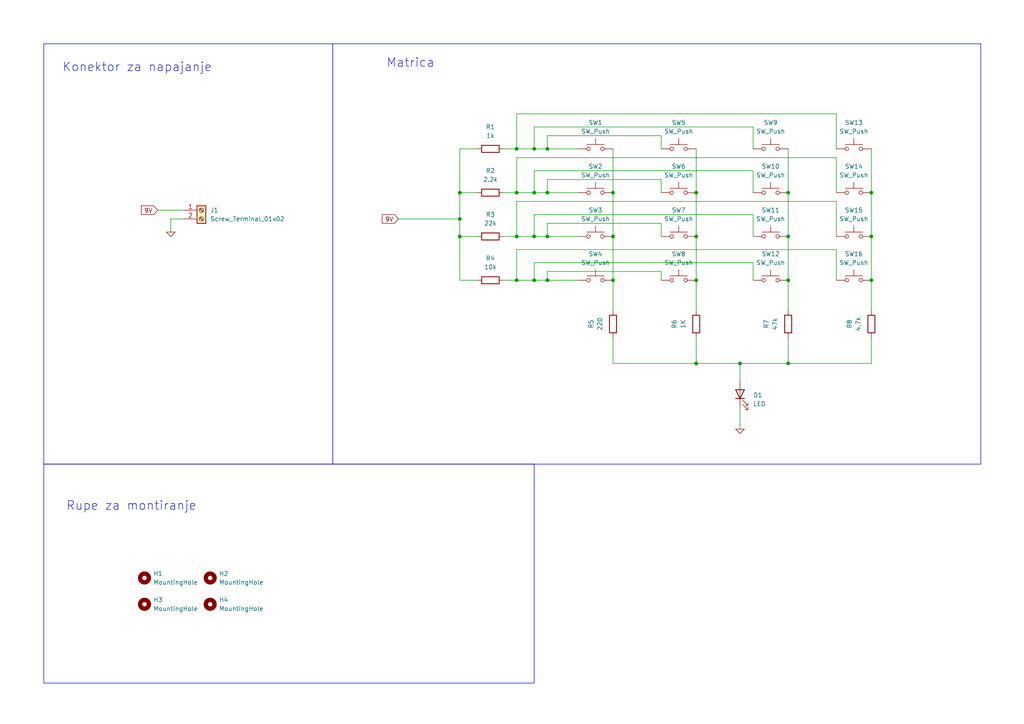
<source format=kicad_sch>
(kicad_sch
	(version 20231120)
	(generator "eeschema")
	(generator_version "8.0")
	(uuid "4bec5ddf-adbf-41fb-a069-c7630bb0044a")
	(paper "A4")
	(title_block
		(title "Redna i paralelna otpornost")
		(date "14.02.2025.")
	)
	(lib_symbols
		(symbol "Connector:Screw_Terminal_01x02"
			(pin_names
				(offset 1.016) hide)
			(exclude_from_sim no)
			(in_bom yes)
			(on_board yes)
			(property "Reference" "J"
				(at 0 2.54 0)
				(effects
					(font
						(size 1.27 1.27)
					)
				)
			)
			(property "Value" "Screw_Terminal_01x02"
				(at 0 -5.08 0)
				(effects
					(font
						(size 1.27 1.27)
					)
				)
			)
			(property "Footprint" ""
				(at 0 0 0)
				(effects
					(font
						(size 1.27 1.27)
					)
					(hide yes)
				)
			)
			(property "Datasheet" "~"
				(at 0 0 0)
				(effects
					(font
						(size 1.27 1.27)
					)
					(hide yes)
				)
			)
			(property "Description" "Generic screw terminal, single row, 01x02, script generated (kicad-library-utils/schlib/autogen/connector/)"
				(at 0 0 0)
				(effects
					(font
						(size 1.27 1.27)
					)
					(hide yes)
				)
			)
			(property "ki_keywords" "screw terminal"
				(at 0 0 0)
				(effects
					(font
						(size 1.27 1.27)
					)
					(hide yes)
				)
			)
			(property "ki_fp_filters" "TerminalBlock*:*"
				(at 0 0 0)
				(effects
					(font
						(size 1.27 1.27)
					)
					(hide yes)
				)
			)
			(symbol "Screw_Terminal_01x02_1_1"
				(rectangle
					(start -1.27 1.27)
					(end 1.27 -3.81)
					(stroke
						(width 0.254)
						(type default)
					)
					(fill
						(type background)
					)
				)
				(circle
					(center 0 -2.54)
					(radius 0.635)
					(stroke
						(width 0.1524)
						(type default)
					)
					(fill
						(type none)
					)
				)
				(polyline
					(pts
						(xy -0.5334 -2.2098) (xy 0.3302 -3.048)
					)
					(stroke
						(width 0.1524)
						(type default)
					)
					(fill
						(type none)
					)
				)
				(polyline
					(pts
						(xy -0.5334 0.3302) (xy 0.3302 -0.508)
					)
					(stroke
						(width 0.1524)
						(type default)
					)
					(fill
						(type none)
					)
				)
				(polyline
					(pts
						(xy -0.3556 -2.032) (xy 0.508 -2.8702)
					)
					(stroke
						(width 0.1524)
						(type default)
					)
					(fill
						(type none)
					)
				)
				(polyline
					(pts
						(xy -0.3556 0.508) (xy 0.508 -0.3302)
					)
					(stroke
						(width 0.1524)
						(type default)
					)
					(fill
						(type none)
					)
				)
				(circle
					(center 0 0)
					(radius 0.635)
					(stroke
						(width 0.1524)
						(type default)
					)
					(fill
						(type none)
					)
				)
				(pin passive line
					(at -5.08 0 0)
					(length 3.81)
					(name "Pin_1"
						(effects
							(font
								(size 1.27 1.27)
							)
						)
					)
					(number "1"
						(effects
							(font
								(size 1.27 1.27)
							)
						)
					)
				)
				(pin passive line
					(at -5.08 -2.54 0)
					(length 3.81)
					(name "Pin_2"
						(effects
							(font
								(size 1.27 1.27)
							)
						)
					)
					(number "2"
						(effects
							(font
								(size 1.27 1.27)
							)
						)
					)
				)
			)
		)
		(symbol "Device:LED"
			(pin_numbers hide)
			(pin_names
				(offset 1.016) hide)
			(exclude_from_sim no)
			(in_bom yes)
			(on_board yes)
			(property "Reference" "D"
				(at 0 2.54 0)
				(effects
					(font
						(size 1.27 1.27)
					)
				)
			)
			(property "Value" "LED"
				(at 0 -2.54 0)
				(effects
					(font
						(size 1.27 1.27)
					)
				)
			)
			(property "Footprint" ""
				(at 0 0 0)
				(effects
					(font
						(size 1.27 1.27)
					)
					(hide yes)
				)
			)
			(property "Datasheet" "~"
				(at 0 0 0)
				(effects
					(font
						(size 1.27 1.27)
					)
					(hide yes)
				)
			)
			(property "Description" "Light emitting diode"
				(at 0 0 0)
				(effects
					(font
						(size 1.27 1.27)
					)
					(hide yes)
				)
			)
			(property "ki_keywords" "LED diode"
				(at 0 0 0)
				(effects
					(font
						(size 1.27 1.27)
					)
					(hide yes)
				)
			)
			(property "ki_fp_filters" "LED* LED_SMD:* LED_THT:*"
				(at 0 0 0)
				(effects
					(font
						(size 1.27 1.27)
					)
					(hide yes)
				)
			)
			(symbol "LED_0_1"
				(polyline
					(pts
						(xy -1.27 -1.27) (xy -1.27 1.27)
					)
					(stroke
						(width 0.254)
						(type default)
					)
					(fill
						(type none)
					)
				)
				(polyline
					(pts
						(xy -1.27 0) (xy 1.27 0)
					)
					(stroke
						(width 0)
						(type default)
					)
					(fill
						(type none)
					)
				)
				(polyline
					(pts
						(xy 1.27 -1.27) (xy 1.27 1.27) (xy -1.27 0) (xy 1.27 -1.27)
					)
					(stroke
						(width 0.254)
						(type default)
					)
					(fill
						(type none)
					)
				)
				(polyline
					(pts
						(xy -3.048 -0.762) (xy -4.572 -2.286) (xy -3.81 -2.286) (xy -4.572 -2.286) (xy -4.572 -1.524)
					)
					(stroke
						(width 0)
						(type default)
					)
					(fill
						(type none)
					)
				)
				(polyline
					(pts
						(xy -1.778 -0.762) (xy -3.302 -2.286) (xy -2.54 -2.286) (xy -3.302 -2.286) (xy -3.302 -1.524)
					)
					(stroke
						(width 0)
						(type default)
					)
					(fill
						(type none)
					)
				)
			)
			(symbol "LED_1_1"
				(pin passive line
					(at -3.81 0 0)
					(length 2.54)
					(name "K"
						(effects
							(font
								(size 1.27 1.27)
							)
						)
					)
					(number "1"
						(effects
							(font
								(size 1.27 1.27)
							)
						)
					)
				)
				(pin passive line
					(at 3.81 0 180)
					(length 2.54)
					(name "A"
						(effects
							(font
								(size 1.27 1.27)
							)
						)
					)
					(number "2"
						(effects
							(font
								(size 1.27 1.27)
							)
						)
					)
				)
			)
		)
		(symbol "Device:R"
			(pin_numbers hide)
			(pin_names
				(offset 0)
			)
			(exclude_from_sim no)
			(in_bom yes)
			(on_board yes)
			(property "Reference" "R"
				(at 2.032 0 90)
				(effects
					(font
						(size 1.27 1.27)
					)
				)
			)
			(property "Value" "R"
				(at 0 0 90)
				(effects
					(font
						(size 1.27 1.27)
					)
				)
			)
			(property "Footprint" ""
				(at -1.778 0 90)
				(effects
					(font
						(size 1.27 1.27)
					)
					(hide yes)
				)
			)
			(property "Datasheet" "~"
				(at 0 0 0)
				(effects
					(font
						(size 1.27 1.27)
					)
					(hide yes)
				)
			)
			(property "Description" "Resistor"
				(at 0 0 0)
				(effects
					(font
						(size 1.27 1.27)
					)
					(hide yes)
				)
			)
			(property "ki_keywords" "R res resistor"
				(at 0 0 0)
				(effects
					(font
						(size 1.27 1.27)
					)
					(hide yes)
				)
			)
			(property "ki_fp_filters" "R_*"
				(at 0 0 0)
				(effects
					(font
						(size 1.27 1.27)
					)
					(hide yes)
				)
			)
			(symbol "R_0_1"
				(rectangle
					(start -1.016 -2.54)
					(end 1.016 2.54)
					(stroke
						(width 0.254)
						(type default)
					)
					(fill
						(type none)
					)
				)
			)
			(symbol "R_1_1"
				(pin passive line
					(at 0 3.81 270)
					(length 1.27)
					(name "~"
						(effects
							(font
								(size 1.27 1.27)
							)
						)
					)
					(number "1"
						(effects
							(font
								(size 1.27 1.27)
							)
						)
					)
				)
				(pin passive line
					(at 0 -3.81 90)
					(length 1.27)
					(name "~"
						(effects
							(font
								(size 1.27 1.27)
							)
						)
					)
					(number "2"
						(effects
							(font
								(size 1.27 1.27)
							)
						)
					)
				)
			)
		)
		(symbol "Mechanical:MountingHole"
			(pin_names
				(offset 1.016)
			)
			(exclude_from_sim no)
			(in_bom yes)
			(on_board yes)
			(property "Reference" "H"
				(at 0 5.08 0)
				(effects
					(font
						(size 1.27 1.27)
					)
				)
			)
			(property "Value" "MountingHole"
				(at 0 3.175 0)
				(effects
					(font
						(size 1.27 1.27)
					)
				)
			)
			(property "Footprint" ""
				(at 0 0 0)
				(effects
					(font
						(size 1.27 1.27)
					)
					(hide yes)
				)
			)
			(property "Datasheet" "~"
				(at 0 0 0)
				(effects
					(font
						(size 1.27 1.27)
					)
					(hide yes)
				)
			)
			(property "Description" "Mounting Hole without connection"
				(at 0 0 0)
				(effects
					(font
						(size 1.27 1.27)
					)
					(hide yes)
				)
			)
			(property "ki_keywords" "mounting hole"
				(at 0 0 0)
				(effects
					(font
						(size 1.27 1.27)
					)
					(hide yes)
				)
			)
			(property "ki_fp_filters" "MountingHole*"
				(at 0 0 0)
				(effects
					(font
						(size 1.27 1.27)
					)
					(hide yes)
				)
			)
			(symbol "MountingHole_0_1"
				(circle
					(center 0 0)
					(radius 1.27)
					(stroke
						(width 1.27)
						(type default)
					)
					(fill
						(type none)
					)
				)
			)
		)
		(symbol "Simulation_SPICE:0"
			(power)
			(pin_names
				(offset 0)
			)
			(exclude_from_sim no)
			(in_bom yes)
			(on_board yes)
			(property "Reference" "#GND"
				(at 0 -2.54 0)
				(effects
					(font
						(size 1.27 1.27)
					)
					(hide yes)
				)
			)
			(property "Value" "0"
				(at 0 -1.778 0)
				(effects
					(font
						(size 1.27 1.27)
					)
				)
			)
			(property "Footprint" ""
				(at 0 0 0)
				(effects
					(font
						(size 1.27 1.27)
					)
					(hide yes)
				)
			)
			(property "Datasheet" "~"
				(at 0 0 0)
				(effects
					(font
						(size 1.27 1.27)
					)
					(hide yes)
				)
			)
			(property "Description" "0V reference potential for simulation"
				(at 0 0 0)
				(effects
					(font
						(size 1.27 1.27)
					)
					(hide yes)
				)
			)
			(property "ki_keywords" "simulation"
				(at 0 0 0)
				(effects
					(font
						(size 1.27 1.27)
					)
					(hide yes)
				)
			)
			(symbol "0_0_1"
				(polyline
					(pts
						(xy -1.27 0) (xy 0 -1.27) (xy 1.27 0) (xy -1.27 0)
					)
					(stroke
						(width 0)
						(type default)
					)
					(fill
						(type none)
					)
				)
			)
			(symbol "0_1_1"
				(pin power_in line
					(at 0 0 0)
					(length 0) hide
					(name "0"
						(effects
							(font
								(size 1.016 1.016)
							)
						)
					)
					(number "1"
						(effects
							(font
								(size 1.016 1.016)
							)
						)
					)
				)
			)
		)
		(symbol "Switch:SW_Push"
			(pin_numbers hide)
			(pin_names
				(offset 1.016) hide)
			(exclude_from_sim no)
			(in_bom yes)
			(on_board yes)
			(property "Reference" "SW"
				(at 1.27 2.54 0)
				(effects
					(font
						(size 1.27 1.27)
					)
					(justify left)
				)
			)
			(property "Value" "SW_Push"
				(at 0 -1.524 0)
				(effects
					(font
						(size 1.27 1.27)
					)
				)
			)
			(property "Footprint" ""
				(at 0 5.08 0)
				(effects
					(font
						(size 1.27 1.27)
					)
					(hide yes)
				)
			)
			(property "Datasheet" "~"
				(at 0 5.08 0)
				(effects
					(font
						(size 1.27 1.27)
					)
					(hide yes)
				)
			)
			(property "Description" "Push button switch, generic, two pins"
				(at 0 0 0)
				(effects
					(font
						(size 1.27 1.27)
					)
					(hide yes)
				)
			)
			(property "ki_keywords" "switch normally-open pushbutton push-button"
				(at 0 0 0)
				(effects
					(font
						(size 1.27 1.27)
					)
					(hide yes)
				)
			)
			(symbol "SW_Push_0_1"
				(circle
					(center -2.032 0)
					(radius 0.508)
					(stroke
						(width 0)
						(type default)
					)
					(fill
						(type none)
					)
				)
				(polyline
					(pts
						(xy 0 1.27) (xy 0 3.048)
					)
					(stroke
						(width 0)
						(type default)
					)
					(fill
						(type none)
					)
				)
				(polyline
					(pts
						(xy 2.54 1.27) (xy -2.54 1.27)
					)
					(stroke
						(width 0)
						(type default)
					)
					(fill
						(type none)
					)
				)
				(circle
					(center 2.032 0)
					(radius 0.508)
					(stroke
						(width 0)
						(type default)
					)
					(fill
						(type none)
					)
				)
				(pin passive line
					(at -5.08 0 0)
					(length 2.54)
					(name "1"
						(effects
							(font
								(size 1.27 1.27)
							)
						)
					)
					(number "1"
						(effects
							(font
								(size 1.27 1.27)
							)
						)
					)
				)
				(pin passive line
					(at 5.08 0 180)
					(length 2.54)
					(name "2"
						(effects
							(font
								(size 1.27 1.27)
							)
						)
					)
					(number "2"
						(effects
							(font
								(size 1.27 1.27)
							)
						)
					)
				)
			)
		)
	)
	(junction
		(at 154.94 81.28)
		(diameter 0)
		(color 0 0 0 0)
		(uuid "06337b6e-8450-48e3-9a0b-3420577cce5f")
	)
	(junction
		(at 149.86 43.18)
		(diameter 0)
		(color 0 0 0 0)
		(uuid "145688af-323c-4666-8dbf-676395de3de9")
	)
	(junction
		(at 154.94 68.58)
		(diameter 0)
		(color 0 0 0 0)
		(uuid "1c9c548c-bd12-4b61-887d-388239167f82")
	)
	(junction
		(at 228.6 68.58)
		(diameter 0)
		(color 0 0 0 0)
		(uuid "22da77ba-0d4d-4c95-9529-09a7e7636c0d")
	)
	(junction
		(at 158.75 81.28)
		(diameter 0)
		(color 0 0 0 0)
		(uuid "35a2ce92-1522-492b-bd77-cbcd12ca8edb")
	)
	(junction
		(at 177.8 55.88)
		(diameter 0)
		(color 0 0 0 0)
		(uuid "3b40f697-401c-48bb-b35e-48fcf4afa693")
	)
	(junction
		(at 133.35 68.58)
		(diameter 0)
		(color 0 0 0 0)
		(uuid "3b8e0ad3-d40e-467f-aebe-4afd8d76af10")
	)
	(junction
		(at 158.75 68.58)
		(diameter 0)
		(color 0 0 0 0)
		(uuid "3e21a6f3-0f1e-4173-ac9f-1097f9a8cc6e")
	)
	(junction
		(at 228.6 55.88)
		(diameter 0)
		(color 0 0 0 0)
		(uuid "42d96ceb-08c7-416b-b159-fd6cdc977741")
	)
	(junction
		(at 158.75 43.18)
		(diameter 0)
		(color 0 0 0 0)
		(uuid "43fe8c18-fdc4-422d-a0ad-3ae976213139")
	)
	(junction
		(at 201.93 55.88)
		(diameter 0)
		(color 0 0 0 0)
		(uuid "5aa539ec-00d9-4b57-afd2-711571d09b07")
	)
	(junction
		(at 228.6 81.28)
		(diameter 0)
		(color 0 0 0 0)
		(uuid "6490e560-c2e5-4c7e-a731-e6d822026e35")
	)
	(junction
		(at 177.8 68.58)
		(diameter 0)
		(color 0 0 0 0)
		(uuid "6b7f34fc-d6e5-40a4-8ae7-e66961c4931b")
	)
	(junction
		(at 201.93 68.58)
		(diameter 0)
		(color 0 0 0 0)
		(uuid "73cd80cc-3e92-452d-b0a7-0d116fd8c2b6")
	)
	(junction
		(at 149.86 68.58)
		(diameter 0)
		(color 0 0 0 0)
		(uuid "76ea57ee-e867-4340-802f-5117027b503f")
	)
	(junction
		(at 149.86 81.28)
		(diameter 0)
		(color 0 0 0 0)
		(uuid "8de04079-da5d-45bc-bfc8-5d65708a277e")
	)
	(junction
		(at 214.63 105.41)
		(diameter 0)
		(color 0 0 0 0)
		(uuid "8e0e60cb-86b8-4148-b7ba-297e3a1f3ac1")
	)
	(junction
		(at 149.86 55.88)
		(diameter 0)
		(color 0 0 0 0)
		(uuid "9f43595f-b38c-488f-b84a-c48d42547c10")
	)
	(junction
		(at 228.6 105.41)
		(diameter 0)
		(color 0 0 0 0)
		(uuid "a4f30c14-c681-4824-b53c-e59c13500797")
	)
	(junction
		(at 154.94 55.88)
		(diameter 0)
		(color 0 0 0 0)
		(uuid "a7d9c350-1b3f-4cea-80f1-7edd5e2a095f")
	)
	(junction
		(at 133.35 55.88)
		(diameter 0)
		(color 0 0 0 0)
		(uuid "a9ebc937-f0df-4ead-8d31-c4b4ecb0cb15")
	)
	(junction
		(at 252.73 55.88)
		(diameter 0)
		(color 0 0 0 0)
		(uuid "b1ae6891-5617-4bd1-a3dd-813d36bf66b7")
	)
	(junction
		(at 201.93 81.28)
		(diameter 0)
		(color 0 0 0 0)
		(uuid "b384d644-eef9-4ab4-8fbb-18db32bfcd85")
	)
	(junction
		(at 133.35 63.5)
		(diameter 0)
		(color 0 0 0 0)
		(uuid "bf4dc956-3405-411e-879c-7e1aa2ae81c2")
	)
	(junction
		(at 252.73 68.58)
		(diameter 0)
		(color 0 0 0 0)
		(uuid "c4935117-e309-4cae-bb66-ec396f9d8148")
	)
	(junction
		(at 201.93 105.41)
		(diameter 0)
		(color 0 0 0 0)
		(uuid "c4974c1d-0a43-4365-8891-9c3dfbb4b6b6")
	)
	(junction
		(at 154.94 43.18)
		(diameter 0)
		(color 0 0 0 0)
		(uuid "c8de8b15-a190-43b4-a219-9e9cf4b6dc58")
	)
	(junction
		(at 252.73 81.28)
		(diameter 0)
		(color 0 0 0 0)
		(uuid "cec69e2b-2e11-4a03-a832-999a4901eed9")
	)
	(junction
		(at 158.75 55.88)
		(diameter 0)
		(color 0 0 0 0)
		(uuid "e8214087-e8aa-44b2-a9af-535120b04b16")
	)
	(junction
		(at 177.8 81.28)
		(diameter 0)
		(color 0 0 0 0)
		(uuid "eef209a7-80d6-4ec3-9661-99333bb34c9d")
	)
	(wire
		(pts
			(xy 158.75 81.28) (xy 158.75 78.74)
		)
		(stroke
			(width 0)
			(type default)
		)
		(uuid "000352dd-496c-4699-a633-a98f595b8282")
	)
	(wire
		(pts
			(xy 158.75 78.74) (xy 191.77 78.74)
		)
		(stroke
			(width 0)
			(type default)
		)
		(uuid "0057db91-8f79-4d8f-bbb5-79df48e1f948")
	)
	(wire
		(pts
			(xy 201.93 43.18) (xy 201.93 55.88)
		)
		(stroke
			(width 0)
			(type default)
		)
		(uuid "032fa414-4379-4c83-ae9b-147b2d53cc62")
	)
	(wire
		(pts
			(xy 158.75 55.88) (xy 158.75 52.07)
		)
		(stroke
			(width 0)
			(type default)
		)
		(uuid "03344549-996c-4aec-81ac-d8fc25d3822d")
	)
	(wire
		(pts
			(xy 154.94 43.18) (xy 158.75 43.18)
		)
		(stroke
			(width 0)
			(type default)
		)
		(uuid "05d485bb-a65f-46ff-b015-e2d536fb3fe7")
	)
	(wire
		(pts
			(xy 158.75 64.77) (xy 158.75 68.58)
		)
		(stroke
			(width 0)
			(type default)
		)
		(uuid "091f45a7-89b8-419c-ada4-fa0cec147841")
	)
	(wire
		(pts
			(xy 252.73 68.58) (xy 252.73 81.28)
		)
		(stroke
			(width 0)
			(type default)
		)
		(uuid "096d47e9-68d7-435e-91a6-0cc08e049cbe")
	)
	(wire
		(pts
			(xy 149.86 58.42) (xy 149.86 68.58)
		)
		(stroke
			(width 0)
			(type default)
		)
		(uuid "0c589cbc-868f-4dfb-bf9a-c69efc228cc9")
	)
	(wire
		(pts
			(xy 133.35 81.28) (xy 138.43 81.28)
		)
		(stroke
			(width 0)
			(type default)
		)
		(uuid "0ceac4f9-7624-4408-a291-22281707ea40")
	)
	(wire
		(pts
			(xy 201.93 97.79) (xy 201.93 105.41)
		)
		(stroke
			(width 0)
			(type default)
		)
		(uuid "0fbb5343-554e-4a37-81dc-02124108d5d7")
	)
	(wire
		(pts
			(xy 201.93 68.58) (xy 201.93 81.28)
		)
		(stroke
			(width 0)
			(type default)
		)
		(uuid "0ffc5441-b26a-44e4-911d-5dfd07217d91")
	)
	(wire
		(pts
			(xy 191.77 68.58) (xy 191.77 64.77)
		)
		(stroke
			(width 0)
			(type default)
		)
		(uuid "12e5f25b-9c73-417f-98b2-ea75e211d39a")
	)
	(wire
		(pts
			(xy 214.63 105.41) (xy 228.6 105.41)
		)
		(stroke
			(width 0)
			(type default)
		)
		(uuid "13e62082-6f88-4400-92a6-eed7b0b2067a")
	)
	(wire
		(pts
			(xy 154.94 36.83) (xy 154.94 43.18)
		)
		(stroke
			(width 0)
			(type default)
		)
		(uuid "164357ab-3d1f-4b5b-b3d3-339b26311c18")
	)
	(wire
		(pts
			(xy 218.44 62.23) (xy 154.94 62.23)
		)
		(stroke
			(width 0)
			(type default)
		)
		(uuid "1daef63e-9067-4055-af10-d7a880db9181")
	)
	(wire
		(pts
			(xy 138.43 43.18) (xy 133.35 43.18)
		)
		(stroke
			(width 0)
			(type default)
		)
		(uuid "212c3162-a758-4479-a4cb-731271540f7b")
	)
	(wire
		(pts
			(xy 158.75 43.18) (xy 167.64 43.18)
		)
		(stroke
			(width 0)
			(type default)
		)
		(uuid "24708f6b-4e9c-4e2f-a9ab-d78042b68833")
	)
	(wire
		(pts
			(xy 242.57 68.58) (xy 242.57 58.42)
		)
		(stroke
			(width 0)
			(type default)
		)
		(uuid "2a27ab20-217e-449f-9d94-9727002416b7")
	)
	(wire
		(pts
			(xy 201.93 81.28) (xy 201.93 90.17)
		)
		(stroke
			(width 0)
			(type default)
		)
		(uuid "337ae05f-cca2-4839-b453-bf5d812922e7")
	)
	(wire
		(pts
			(xy 242.57 43.18) (xy 242.57 33.02)
		)
		(stroke
			(width 0)
			(type default)
		)
		(uuid "3579728f-9dc3-4a70-b2fa-2b99fe8c3da5")
	)
	(wire
		(pts
			(xy 191.77 39.37) (xy 191.77 43.18)
		)
		(stroke
			(width 0)
			(type default)
		)
		(uuid "38c61fbb-442f-4480-b55a-7315fe55e9d8")
	)
	(wire
		(pts
			(xy 252.73 55.88) (xy 252.73 68.58)
		)
		(stroke
			(width 0)
			(type default)
		)
		(uuid "3990e7a2-52c1-4bd7-a710-300eda6ae842")
	)
	(wire
		(pts
			(xy 154.94 55.88) (xy 158.75 55.88)
		)
		(stroke
			(width 0)
			(type default)
		)
		(uuid "3ec4e012-ea0b-4f89-8805-be8db8848494")
	)
	(wire
		(pts
			(xy 218.44 76.2) (xy 218.44 81.28)
		)
		(stroke
			(width 0)
			(type default)
		)
		(uuid "400b5201-ba56-4e90-b89d-2bfaeb4030b3")
	)
	(wire
		(pts
			(xy 154.94 68.58) (xy 158.75 68.58)
		)
		(stroke
			(width 0)
			(type default)
		)
		(uuid "406f0149-4872-4770-8d2d-0c8d44f876ce")
	)
	(wire
		(pts
			(xy 146.05 55.88) (xy 149.86 55.88)
		)
		(stroke
			(width 0)
			(type default)
		)
		(uuid "40a749f4-db0b-4e3c-b75e-908637fa317d")
	)
	(wire
		(pts
			(xy 149.86 81.28) (xy 149.86 72.39)
		)
		(stroke
			(width 0)
			(type default)
		)
		(uuid "40ab00e4-df70-4479-a20e-3a8dcd1ea840")
	)
	(wire
		(pts
			(xy 154.94 81.28) (xy 158.75 81.28)
		)
		(stroke
			(width 0)
			(type default)
		)
		(uuid "43bcf6b3-2a71-4041-be8f-47674ca3ed81")
	)
	(wire
		(pts
			(xy 149.86 45.72) (xy 242.57 45.72)
		)
		(stroke
			(width 0)
			(type default)
		)
		(uuid "4786cfe1-a144-4d73-b2bd-9089b9ea85e2")
	)
	(wire
		(pts
			(xy 218.44 43.18) (xy 218.44 36.83)
		)
		(stroke
			(width 0)
			(type default)
		)
		(uuid "479e1cd1-aa4d-42cd-b896-3816be1f5e6d")
	)
	(wire
		(pts
			(xy 177.8 81.28) (xy 177.8 90.17)
		)
		(stroke
			(width 0)
			(type default)
		)
		(uuid "491164cf-067e-4b66-bbb3-158b02b2343b")
	)
	(wire
		(pts
			(xy 201.93 105.41) (xy 214.63 105.41)
		)
		(stroke
			(width 0)
			(type default)
		)
		(uuid "4a88e247-bdfe-41f8-a460-f51133998552")
	)
	(wire
		(pts
			(xy 177.8 43.18) (xy 177.8 55.88)
		)
		(stroke
			(width 0)
			(type default)
		)
		(uuid "4da5ad2b-4102-4558-abec-c8d701ec69ee")
	)
	(wire
		(pts
			(xy 242.57 33.02) (xy 149.86 33.02)
		)
		(stroke
			(width 0)
			(type default)
		)
		(uuid "4f0df885-fca6-4ad8-a406-e3efe5ad6a00")
	)
	(wire
		(pts
			(xy 158.75 68.58) (xy 167.64 68.58)
		)
		(stroke
			(width 0)
			(type default)
		)
		(uuid "5180519a-3f13-4a9f-aa0e-9dc8045c236e")
	)
	(wire
		(pts
			(xy 242.57 72.39) (xy 242.57 81.28)
		)
		(stroke
			(width 0)
			(type default)
		)
		(uuid "51ec694e-692b-41ec-9acc-53580732b44f")
	)
	(wire
		(pts
			(xy 149.86 81.28) (xy 154.94 81.28)
		)
		(stroke
			(width 0)
			(type default)
		)
		(uuid "520a8626-c963-499c-b1ea-500d77abc490")
	)
	(wire
		(pts
			(xy 154.94 49.53) (xy 218.44 49.53)
		)
		(stroke
			(width 0)
			(type default)
		)
		(uuid "56400fdb-a73e-401a-99bd-ea2a2389e5da")
	)
	(wire
		(pts
			(xy 158.75 55.88) (xy 167.64 55.88)
		)
		(stroke
			(width 0)
			(type default)
		)
		(uuid "56b42c2a-4981-492f-9c4d-b66b345efc1c")
	)
	(wire
		(pts
			(xy 228.6 55.88) (xy 228.6 68.58)
		)
		(stroke
			(width 0)
			(type default)
		)
		(uuid "5defb74a-9ce3-4e81-9abd-4b50f46a87a1")
	)
	(wire
		(pts
			(xy 177.8 55.88) (xy 177.8 68.58)
		)
		(stroke
			(width 0)
			(type default)
		)
		(uuid "64151987-f0fe-4700-b68b-5d78b3dfbb0e")
	)
	(wire
		(pts
			(xy 53.34 60.96) (xy 45.72 60.96)
		)
		(stroke
			(width 0)
			(type default)
		)
		(uuid "65122e7f-9906-440c-babe-53ce0ff1e12c")
	)
	(wire
		(pts
			(xy 218.44 36.83) (xy 154.94 36.83)
		)
		(stroke
			(width 0)
			(type default)
		)
		(uuid "6803ae01-768d-47da-a1bd-dbacde5d21cb")
	)
	(wire
		(pts
			(xy 133.35 68.58) (xy 133.35 81.28)
		)
		(stroke
			(width 0)
			(type default)
		)
		(uuid "688e545d-0de7-4c3b-9ff7-4d060aaddbff")
	)
	(wire
		(pts
			(xy 252.73 81.28) (xy 252.73 90.17)
		)
		(stroke
			(width 0)
			(type default)
		)
		(uuid "6c8c4968-0451-4c8d-aedf-aa0fc8476446")
	)
	(wire
		(pts
			(xy 214.63 105.41) (xy 214.63 110.49)
		)
		(stroke
			(width 0)
			(type default)
		)
		(uuid "6e21a32d-6af5-4085-a913-907b5bd36253")
	)
	(wire
		(pts
			(xy 158.75 81.28) (xy 167.64 81.28)
		)
		(stroke
			(width 0)
			(type default)
		)
		(uuid "7013efd9-6c93-406d-8337-1337b0f1b38e")
	)
	(wire
		(pts
			(xy 218.44 49.53) (xy 218.44 55.88)
		)
		(stroke
			(width 0)
			(type default)
		)
		(uuid "742232a6-2912-458f-bde8-14faeec616fc")
	)
	(wire
		(pts
			(xy 158.75 39.37) (xy 191.77 39.37)
		)
		(stroke
			(width 0)
			(type default)
		)
		(uuid "7c14947a-7fef-4aee-bb9c-edce03287db7")
	)
	(wire
		(pts
			(xy 242.57 58.42) (xy 149.86 58.42)
		)
		(stroke
			(width 0)
			(type default)
		)
		(uuid "7d09e6af-c51a-475c-9efe-7dca5946b5ae")
	)
	(wire
		(pts
			(xy 149.86 55.88) (xy 154.94 55.88)
		)
		(stroke
			(width 0)
			(type default)
		)
		(uuid "826ffba7-b3cc-4616-bd7e-793c1a67747c")
	)
	(wire
		(pts
			(xy 149.86 33.02) (xy 149.86 43.18)
		)
		(stroke
			(width 0)
			(type default)
		)
		(uuid "8280ca23-8b2b-42f6-8428-7d557d1f1eff")
	)
	(wire
		(pts
			(xy 154.94 55.88) (xy 154.94 49.53)
		)
		(stroke
			(width 0)
			(type default)
		)
		(uuid "871c9b3f-1b37-4ded-b039-614143e34a9a")
	)
	(wire
		(pts
			(xy 228.6 81.28) (xy 228.6 90.17)
		)
		(stroke
			(width 0)
			(type default)
		)
		(uuid "89abc4d1-cae3-4238-b8c5-6cb610e953a8")
	)
	(wire
		(pts
			(xy 242.57 45.72) (xy 242.57 55.88)
		)
		(stroke
			(width 0)
			(type default)
		)
		(uuid "8ca35b6d-b30a-4c7e-9ce5-ffb945792e00")
	)
	(wire
		(pts
			(xy 133.35 68.58) (xy 138.43 68.58)
		)
		(stroke
			(width 0)
			(type default)
		)
		(uuid "8d00e7f4-e70d-414d-a407-ee0a9a704223")
	)
	(wire
		(pts
			(xy 177.8 105.41) (xy 201.93 105.41)
		)
		(stroke
			(width 0)
			(type default)
		)
		(uuid "8db31d18-6723-4f3a-9d0e-540c6dfd4765")
	)
	(wire
		(pts
			(xy 228.6 105.41) (xy 252.73 105.41)
		)
		(stroke
			(width 0)
			(type default)
		)
		(uuid "93bb59b9-d760-4e13-9cae-ce920c00b5e5")
	)
	(wire
		(pts
			(xy 149.86 55.88) (xy 149.86 45.72)
		)
		(stroke
			(width 0)
			(type default)
		)
		(uuid "9cfd85fb-660b-4742-804e-0334e1683469")
	)
	(wire
		(pts
			(xy 228.6 68.58) (xy 228.6 81.28)
		)
		(stroke
			(width 0)
			(type default)
		)
		(uuid "a51a75ba-3915-4026-a9d6-f28bf4696768")
	)
	(wire
		(pts
			(xy 146.05 81.28) (xy 149.86 81.28)
		)
		(stroke
			(width 0)
			(type default)
		)
		(uuid "a5e5cb19-b501-4d8d-bf68-d8838327bee7")
	)
	(wire
		(pts
			(xy 191.77 52.07) (xy 191.77 55.88)
		)
		(stroke
			(width 0)
			(type default)
		)
		(uuid "a7308939-5e1d-4dbb-a115-a352074757ca")
	)
	(wire
		(pts
			(xy 133.35 63.5) (xy 133.35 68.58)
		)
		(stroke
			(width 0)
			(type default)
		)
		(uuid "a8a8a51e-9542-4bf8-9cef-66955dc72f41")
	)
	(wire
		(pts
			(xy 158.75 52.07) (xy 191.77 52.07)
		)
		(stroke
			(width 0)
			(type default)
		)
		(uuid "aad6d7c4-dbeb-4af9-a2a0-c46d4e90b4b7")
	)
	(wire
		(pts
			(xy 146.05 43.18) (xy 149.86 43.18)
		)
		(stroke
			(width 0)
			(type default)
		)
		(uuid "af79e8d8-430e-4367-a7d8-fa837bb6e539")
	)
	(wire
		(pts
			(xy 158.75 43.18) (xy 158.75 39.37)
		)
		(stroke
			(width 0)
			(type default)
		)
		(uuid "b24a0dc2-36db-4186-bdf2-c009167bd011")
	)
	(wire
		(pts
			(xy 115.57 63.5) (xy 133.35 63.5)
		)
		(stroke
			(width 0)
			(type default)
		)
		(uuid "b4e4e5a0-4f01-4bf3-860a-24a630073438")
	)
	(wire
		(pts
			(xy 133.35 55.88) (xy 138.43 55.88)
		)
		(stroke
			(width 0)
			(type default)
		)
		(uuid "b64322ae-8e6c-4ed5-ac3d-fdcb1b072c9b")
	)
	(wire
		(pts
			(xy 214.63 118.11) (xy 214.63 124.46)
		)
		(stroke
			(width 0)
			(type default)
		)
		(uuid "bcbbeb83-246a-4a4f-9690-1f9047b7b041")
	)
	(wire
		(pts
			(xy 154.94 62.23) (xy 154.94 68.58)
		)
		(stroke
			(width 0)
			(type default)
		)
		(uuid "bcc0e57f-bc5b-40fc-b55b-54453634d7f5")
	)
	(wire
		(pts
			(xy 149.86 68.58) (xy 154.94 68.58)
		)
		(stroke
			(width 0)
			(type default)
		)
		(uuid "c440e2d9-ec99-4b21-9426-464257f501eb")
	)
	(wire
		(pts
			(xy 49.53 63.5) (xy 53.34 63.5)
		)
		(stroke
			(width 0)
			(type default)
		)
		(uuid "c8841d33-7036-40c0-b328-88b7fa2a063c")
	)
	(wire
		(pts
			(xy 177.8 97.79) (xy 177.8 105.41)
		)
		(stroke
			(width 0)
			(type default)
		)
		(uuid "d1980cc7-b5f0-46fb-bf35-2d2c973f7ac7")
	)
	(wire
		(pts
			(xy 154.94 81.28) (xy 154.94 76.2)
		)
		(stroke
			(width 0)
			(type default)
		)
		(uuid "d99b6ceb-4d90-430c-babd-acbd57ed1b66")
	)
	(wire
		(pts
			(xy 228.6 43.18) (xy 228.6 55.88)
		)
		(stroke
			(width 0)
			(type default)
		)
		(uuid "da9850ab-6e7b-4b61-9866-2c0d45ebb660")
	)
	(wire
		(pts
			(xy 133.35 43.18) (xy 133.35 55.88)
		)
		(stroke
			(width 0)
			(type default)
		)
		(uuid "dc46126e-83e9-4a33-9f9d-c3665c2f4a83")
	)
	(wire
		(pts
			(xy 146.05 68.58) (xy 149.86 68.58)
		)
		(stroke
			(width 0)
			(type default)
		)
		(uuid "e2608d9f-e891-4794-b890-bd2c9ceace26")
	)
	(wire
		(pts
			(xy 149.86 72.39) (xy 242.57 72.39)
		)
		(stroke
			(width 0)
			(type default)
		)
		(uuid "e496e759-b62e-4d39-9568-048f9abfe62e")
	)
	(wire
		(pts
			(xy 252.73 105.41) (xy 252.73 97.79)
		)
		(stroke
			(width 0)
			(type default)
		)
		(uuid "e50f100f-9484-41bc-bcc2-e82f1bf85c0c")
	)
	(wire
		(pts
			(xy 191.77 78.74) (xy 191.77 81.28)
		)
		(stroke
			(width 0)
			(type default)
		)
		(uuid "e61949c8-b476-480d-af6a-5e2d5837948f")
	)
	(wire
		(pts
			(xy 218.44 68.58) (xy 218.44 62.23)
		)
		(stroke
			(width 0)
			(type default)
		)
		(uuid "e72bf2b5-676e-4eb6-81bc-1fba547903c5")
	)
	(wire
		(pts
			(xy 154.94 76.2) (xy 218.44 76.2)
		)
		(stroke
			(width 0)
			(type default)
		)
		(uuid "e91785ae-847b-4957-b606-fd46fb41baa5")
	)
	(wire
		(pts
			(xy 252.73 43.18) (xy 252.73 55.88)
		)
		(stroke
			(width 0)
			(type default)
		)
		(uuid "e9aee970-338f-4ca7-8496-3270f2afc084")
	)
	(wire
		(pts
			(xy 149.86 43.18) (xy 154.94 43.18)
		)
		(stroke
			(width 0)
			(type default)
		)
		(uuid "eec02be1-52d9-4852-917f-c759a6863b98")
	)
	(wire
		(pts
			(xy 191.77 64.77) (xy 158.75 64.77)
		)
		(stroke
			(width 0)
			(type default)
		)
		(uuid "f3ff95cd-35a8-4e08-b3f1-ee9db5c5e03f")
	)
	(wire
		(pts
			(xy 49.53 63.5) (xy 49.53 67.31)
		)
		(stroke
			(width 0)
			(type default)
		)
		(uuid "f6a3c51d-3db5-4f44-8c2a-3ff5d0d5bcbc")
	)
	(wire
		(pts
			(xy 201.93 55.88) (xy 201.93 68.58)
		)
		(stroke
			(width 0)
			(type default)
		)
		(uuid "f78bd21a-e6db-46c2-8335-9438b4966872")
	)
	(wire
		(pts
			(xy 177.8 68.58) (xy 177.8 81.28)
		)
		(stroke
			(width 0)
			(type default)
		)
		(uuid "fb97fbbc-4c3d-4aa3-b477-149e90688f72")
	)
	(wire
		(pts
			(xy 228.6 97.79) (xy 228.6 105.41)
		)
		(stroke
			(width 0)
			(type default)
		)
		(uuid "fd9c44d9-8d64-43a8-afa9-74162eae53f5")
	)
	(wire
		(pts
			(xy 133.35 55.88) (xy 133.35 63.5)
		)
		(stroke
			(width 0)
			(type default)
		)
		(uuid "ffa8b1fa-ee26-4443-9c67-8fc701b8e460")
	)
	(rectangle
		(start 12.7 134.62)
		(end 154.94 198.12)
		(stroke
			(width 0)
			(type default)
		)
		(fill
			(type none)
		)
		(uuid 371b746e-1ef7-4e22-b8b3-476588cb14dd)
	)
	(rectangle
		(start 96.52 12.7)
		(end 284.48 134.62)
		(stroke
			(width 0)
			(type default)
		)
		(fill
			(type none)
		)
		(uuid cac55dcb-00e0-40a6-a270-903d8faec44a)
	)
	(rectangle
		(start 12.7 12.7)
		(end 96.52 134.62)
		(stroke
			(width 0)
			(type default)
		)
		(fill
			(type none)
		)
		(uuid fb6727e9-1ad2-429b-a95c-0eb770cb6ba9)
	)
	(text "Konektor za napajanje"
		(exclude_from_sim no)
		(at 18.034 21.082 0)
		(effects
			(font
				(size 2.54 2.54)
			)
			(justify left bottom)
		)
		(uuid "545dd991-b209-4b5c-84ff-c673315ab54e")
	)
	(text "Rupe za montiranje"
		(exclude_from_sim no)
		(at 38.1 146.812 0)
		(effects
			(font
				(size 2.54 2.54)
			)
		)
		(uuid "7f2ff369-1316-447e-bd1f-ceabb0ea6030")
	)
	(text "Matrica"
		(exclude_from_sim no)
		(at 112.014 19.812 0)
		(effects
			(font
				(size 2.54 2.54)
			)
			(justify left bottom)
		)
		(uuid "b08bf2d3-f186-46b9-8706-0a28f767795e")
	)
	(global_label "9V"
		(shape input)
		(at 45.72 60.96 180)
		(fields_autoplaced yes)
		(effects
			(font
				(size 1.27 1.27)
			)
			(justify right)
		)
		(uuid "18ec2ac0-7c58-4c9a-9b74-55524df268b3")
		(property "Intersheetrefs" "${INTERSHEET_REFS}"
			(at 40.4367 60.96 0)
			(effects
				(font
					(size 1.27 1.27)
				)
				(justify right)
				(hide yes)
			)
		)
	)
	(global_label "9V"
		(shape input)
		(at 115.57 63.5 180)
		(fields_autoplaced yes)
		(effects
			(font
				(size 1.27 1.27)
			)
			(justify right)
		)
		(uuid "8df85fd6-5403-4775-b822-953cb66dc528")
		(property "Intersheetrefs" "${INTERSHEET_REFS}"
			(at 110.2867 63.5 0)
			(effects
				(font
					(size 1.27 1.27)
				)
				(justify right)
				(hide yes)
			)
		)
	)
	(symbol
		(lib_id "Switch:SW_Push")
		(at 196.85 43.18 0)
		(unit 1)
		(exclude_from_sim no)
		(in_bom yes)
		(on_board yes)
		(dnp no)
		(fields_autoplaced yes)
		(uuid "07023656-4dd7-41ba-84ce-58b8d8e377b9")
		(property "Reference" "SW5"
			(at 196.85 35.56 0)
			(effects
				(font
					(size 1.27 1.27)
				)
			)
		)
		(property "Value" "SW_Push"
			(at 196.85 38.1 0)
			(effects
				(font
					(size 1.27 1.27)
				)
			)
		)
		(property "Footprint" "PEP_library:SW_PUSH_6mm_H4.3mm"
			(at 196.85 38.1 0)
			(effects
				(font
					(size 1.27 1.27)
				)
				(hide yes)
			)
		)
		(property "Datasheet" "~"
			(at 196.85 38.1 0)
			(effects
				(font
					(size 1.27 1.27)
				)
				(hide yes)
			)
		)
		(property "Description" "Push button switch, generic, two pins"
			(at 196.85 43.18 0)
			(effects
				(font
					(size 1.27 1.27)
				)
				(hide yes)
			)
		)
		(pin "2"
			(uuid "cd772f34-69b4-4a4e-b45f-4c7007588d1b")
		)
		(pin "1"
			(uuid "38fb8082-cb12-48b3-a9e6-6748ce430c0b")
		)
		(instances
			(project "sa matricom"
				(path "/4bec5ddf-adbf-41fb-a069-c7630bb0044a"
					(reference "SW5")
					(unit 1)
				)
			)
		)
	)
	(symbol
		(lib_id "Device:LED")
		(at 214.63 114.3 90)
		(unit 1)
		(exclude_from_sim no)
		(in_bom yes)
		(on_board yes)
		(dnp no)
		(fields_autoplaced yes)
		(uuid "07d710b7-afd7-4781-bcdf-4b799bf3366b")
		(property "Reference" "D1"
			(at 218.44 114.6175 90)
			(effects
				(font
					(size 1.27 1.27)
				)
				(justify right)
			)
		)
		(property "Value" "LED"
			(at 218.44 117.1575 90)
			(effects
				(font
					(size 1.27 1.27)
				)
				(justify right)
			)
		)
		(property "Footprint" "LED_SMD:LED_0603_1608Metric_Pad1.05x0.95mm_HandSolder"
			(at 214.63 114.3 0)
			(effects
				(font
					(size 1.27 1.27)
				)
				(hide yes)
			)
		)
		(property "Datasheet" "~"
			(at 214.63 114.3 0)
			(effects
				(font
					(size 1.27 1.27)
				)
				(hide yes)
			)
		)
		(property "Description" ""
			(at 214.63 114.3 0)
			(effects
				(font
					(size 1.27 1.27)
				)
				(hide yes)
			)
		)
		(pin "1"
			(uuid "46fa7b35-910c-432c-b801-ceadd26181e3")
		)
		(pin "2"
			(uuid "a4ec44a4-868a-4cbb-abb5-110455870dca")
		)
		(instances
			(project "PEP004-V1-matrica_otpornika"
				(path "/4bec5ddf-adbf-41fb-a069-c7630bb0044a"
					(reference "D1")
					(unit 1)
				)
			)
		)
	)
	(symbol
		(lib_id "Switch:SW_Push")
		(at 196.85 68.58 0)
		(unit 1)
		(exclude_from_sim no)
		(in_bom yes)
		(on_board yes)
		(dnp no)
		(fields_autoplaced yes)
		(uuid "09491db9-18ed-4eb9-82a0-d99fc04c1261")
		(property "Reference" "SW7"
			(at 196.85 60.96 0)
			(effects
				(font
					(size 1.27 1.27)
				)
			)
		)
		(property "Value" "SW_Push"
			(at 196.85 63.5 0)
			(effects
				(font
					(size 1.27 1.27)
				)
			)
		)
		(property "Footprint" "PEP_library:SW_PUSH_6mm_H4.3mm"
			(at 196.85 63.5 0)
			(effects
				(font
					(size 1.27 1.27)
				)
				(hide yes)
			)
		)
		(property "Datasheet" "~"
			(at 196.85 63.5 0)
			(effects
				(font
					(size 1.27 1.27)
				)
				(hide yes)
			)
		)
		(property "Description" "Push button switch, generic, two pins"
			(at 196.85 68.58 0)
			(effects
				(font
					(size 1.27 1.27)
				)
				(hide yes)
			)
		)
		(pin "2"
			(uuid "a83eb6d3-cc80-448e-8f9d-5245ec2e2360")
		)
		(pin "1"
			(uuid "ace0e8ec-9baa-4333-a275-f6b4ae14a120")
		)
		(instances
			(project "sa matricom"
				(path "/4bec5ddf-adbf-41fb-a069-c7630bb0044a"
					(reference "SW7")
					(unit 1)
				)
			)
		)
	)
	(symbol
		(lib_id "Mechanical:MountingHole")
		(at 41.91 175.26 0)
		(unit 1)
		(exclude_from_sim no)
		(in_bom yes)
		(on_board yes)
		(dnp no)
		(fields_autoplaced yes)
		(uuid "0c3764e9-1df8-4553-89ea-56bfbfbc7b81")
		(property "Reference" "H3"
			(at 44.45 173.99 0)
			(effects
				(font
					(size 1.27 1.27)
				)
				(justify left)
			)
		)
		(property "Value" "MountingHole"
			(at 44.45 176.53 0)
			(effects
				(font
					(size 1.27 1.27)
				)
				(justify left)
			)
		)
		(property "Footprint" "MountingHole:MountingHole_3.2mm_M3_ISO14580_Pad_TopBottom"
			(at 41.91 175.26 0)
			(effects
				(font
					(size 1.27 1.27)
				)
				(hide yes)
			)
		)
		(property "Datasheet" "~"
			(at 41.91 175.26 0)
			(effects
				(font
					(size 1.27 1.27)
				)
				(hide yes)
			)
		)
		(property "Description" ""
			(at 41.91 175.26 0)
			(effects
				(font
					(size 1.27 1.27)
				)
				(hide yes)
			)
		)
		(instances
			(project "45x45_template"
				(path "/4bec5ddf-adbf-41fb-a069-c7630bb0044a"
					(reference "H3")
					(unit 1)
				)
			)
		)
	)
	(symbol
		(lib_id "Switch:SW_Push")
		(at 172.72 43.18 0)
		(unit 1)
		(exclude_from_sim no)
		(in_bom yes)
		(on_board yes)
		(dnp no)
		(fields_autoplaced yes)
		(uuid "1d9564ee-f53f-4497-865e-8816e3b0d9b0")
		(property "Reference" "SW1"
			(at 172.72 35.56 0)
			(effects
				(font
					(size 1.27 1.27)
				)
			)
		)
		(property "Value" "SW_Push"
			(at 172.72 38.1 0)
			(effects
				(font
					(size 1.27 1.27)
				)
			)
		)
		(property "Footprint" "PEP_library:SW_PUSH_6mm_H4.3mm"
			(at 172.72 38.1 0)
			(effects
				(font
					(size 1.27 1.27)
				)
				(hide yes)
			)
		)
		(property "Datasheet" "~"
			(at 172.72 38.1 0)
			(effects
				(font
					(size 1.27 1.27)
				)
				(hide yes)
			)
		)
		(property "Description" "Push button switch, generic, two pins"
			(at 172.72 43.18 0)
			(effects
				(font
					(size 1.27 1.27)
				)
				(hide yes)
			)
		)
		(pin "2"
			(uuid "689002da-40fe-4264-9264-b2f25e40e8e9")
		)
		(pin "1"
			(uuid "deeba1ad-3bb7-45c5-b038-883aeab5ab27")
		)
		(instances
			(project ""
				(path "/4bec5ddf-adbf-41fb-a069-c7630bb0044a"
					(reference "SW1")
					(unit 1)
				)
			)
		)
	)
	(symbol
		(lib_id "Device:R")
		(at 142.24 43.18 90)
		(unit 1)
		(exclude_from_sim no)
		(in_bom yes)
		(on_board yes)
		(dnp no)
		(fields_autoplaced yes)
		(uuid "2178a116-d9d9-4874-b7f8-a1e9d426539f")
		(property "Reference" "R1"
			(at 142.24 36.83 90)
			(effects
				(font
					(size 1.27 1.27)
				)
			)
		)
		(property "Value" "1k"
			(at 142.24 39.37 90)
			(effects
				(font
					(size 1.27 1.27)
				)
			)
		)
		(property "Footprint" "PEP_library:R_smd"
			(at 142.24 44.958 90)
			(effects
				(font
					(size 1.27 1.27)
				)
				(hide yes)
			)
		)
		(property "Datasheet" "~"
			(at 142.24 43.18 0)
			(effects
				(font
					(size 1.27 1.27)
				)
				(hide yes)
			)
		)
		(property "Description" ""
			(at 142.24 43.18 0)
			(effects
				(font
					(size 1.27 1.27)
				)
				(hide yes)
			)
		)
		(pin "1"
			(uuid "8f886e2d-34f9-4d9d-9498-ef03c8e942ca")
		)
		(pin "2"
			(uuid "160de373-6f46-4652-ae51-bf7d5fb223b6")
		)
		(instances
			(project "sa matricom"
				(path "/4bec5ddf-adbf-41fb-a069-c7630bb0044a"
					(reference "R1")
					(unit 1)
				)
			)
		)
	)
	(symbol
		(lib_id "Device:R")
		(at 252.73 93.98 180)
		(unit 1)
		(exclude_from_sim no)
		(in_bom yes)
		(on_board yes)
		(dnp no)
		(fields_autoplaced yes)
		(uuid "24f41eff-e39f-4ec0-838a-75d7e7965f18")
		(property "Reference" "R8"
			(at 246.38 93.98 90)
			(effects
				(font
					(size 1.27 1.27)
				)
			)
		)
		(property "Value" "4.7k"
			(at 248.92 93.98 90)
			(effects
				(font
					(size 1.27 1.27)
				)
			)
		)
		(property "Footprint" "PEP_library:R_smd"
			(at 254.508 93.98 90)
			(effects
				(font
					(size 1.27 1.27)
				)
				(hide yes)
			)
		)
		(property "Datasheet" "~"
			(at 252.73 93.98 0)
			(effects
				(font
					(size 1.27 1.27)
				)
				(hide yes)
			)
		)
		(property "Description" ""
			(at 252.73 93.98 0)
			(effects
				(font
					(size 1.27 1.27)
				)
				(hide yes)
			)
		)
		(pin "1"
			(uuid "fb5f15ca-39c9-447e-b8ef-360d3b740c13")
		)
		(pin "2"
			(uuid "43900184-e4ea-4eb7-9ae2-297d6c6eb126")
		)
		(instances
			(project "sa matricom"
				(path "/4bec5ddf-adbf-41fb-a069-c7630bb0044a"
					(reference "R8")
					(unit 1)
				)
			)
		)
	)
	(symbol
		(lib_id "Switch:SW_Push")
		(at 196.85 81.28 0)
		(unit 1)
		(exclude_from_sim no)
		(in_bom yes)
		(on_board yes)
		(dnp no)
		(fields_autoplaced yes)
		(uuid "2e4e1d4a-d50d-4cae-86c1-3fb04220e460")
		(property "Reference" "SW8"
			(at 196.85 73.66 0)
			(effects
				(font
					(size 1.27 1.27)
				)
			)
		)
		(property "Value" "SW_Push"
			(at 196.85 76.2 0)
			(effects
				(font
					(size 1.27 1.27)
				)
			)
		)
		(property "Footprint" "PEP_library:SW_PUSH_6mm_H4.3mm"
			(at 196.85 76.2 0)
			(effects
				(font
					(size 1.27 1.27)
				)
				(hide yes)
			)
		)
		(property "Datasheet" "~"
			(at 196.85 76.2 0)
			(effects
				(font
					(size 1.27 1.27)
				)
				(hide yes)
			)
		)
		(property "Description" "Push button switch, generic, two pins"
			(at 196.85 81.28 0)
			(effects
				(font
					(size 1.27 1.27)
				)
				(hide yes)
			)
		)
		(pin "2"
			(uuid "90d877c6-ac5f-415f-97ea-568e82ab76ed")
		)
		(pin "1"
			(uuid "85df2965-1f65-4c8d-b4de-f289fa7e22a6")
		)
		(instances
			(project "sa matricom"
				(path "/4bec5ddf-adbf-41fb-a069-c7630bb0044a"
					(reference "SW8")
					(unit 1)
				)
			)
		)
	)
	(symbol
		(lib_id "Switch:SW_Push")
		(at 172.72 81.28 0)
		(unit 1)
		(exclude_from_sim no)
		(in_bom yes)
		(on_board yes)
		(dnp no)
		(fields_autoplaced yes)
		(uuid "6285b00f-83fe-4576-8c5b-9f3d0c1b46d1")
		(property "Reference" "SW4"
			(at 172.72 73.66 0)
			(effects
				(font
					(size 1.27 1.27)
				)
			)
		)
		(property "Value" "SW_Push"
			(at 172.72 76.2 0)
			(effects
				(font
					(size 1.27 1.27)
				)
			)
		)
		(property "Footprint" "PEP_library:SW_PUSH_6mm_H4.3mm"
			(at 172.72 76.2 0)
			(effects
				(font
					(size 1.27 1.27)
				)
				(hide yes)
			)
		)
		(property "Datasheet" "~"
			(at 172.72 76.2 0)
			(effects
				(font
					(size 1.27 1.27)
				)
				(hide yes)
			)
		)
		(property "Description" "Push button switch, generic, two pins"
			(at 172.72 81.28 0)
			(effects
				(font
					(size 1.27 1.27)
				)
				(hide yes)
			)
		)
		(pin "2"
			(uuid "fb4c5a16-e8cb-4c9f-b84c-5a5d7d31fc50")
		)
		(pin "1"
			(uuid "46d910cc-91fd-4ca9-a5a3-c540c705b42e")
		)
		(instances
			(project "sa matricom"
				(path "/4bec5ddf-adbf-41fb-a069-c7630bb0044a"
					(reference "SW4")
					(unit 1)
				)
			)
		)
	)
	(symbol
		(lib_id "Simulation_SPICE:0")
		(at 49.53 67.31 0)
		(unit 1)
		(exclude_from_sim no)
		(in_bom yes)
		(on_board yes)
		(dnp no)
		(fields_autoplaced yes)
		(uuid "68d68abc-27bf-4f4c-86e0-dc33448cd3ca")
		(property "Reference" "#GND01"
			(at 49.53 69.85 0)
			(effects
				(font
					(size 1.27 1.27)
				)
				(hide yes)
			)
		)
		(property "Value" "0"
			(at 49.53 64.77 0)
			(effects
				(font
					(size 1.27 1.27)
				)
				(hide yes)
			)
		)
		(property "Footprint" ""
			(at 49.53 67.31 0)
			(effects
				(font
					(size 1.27 1.27)
				)
				(hide yes)
			)
		)
		(property "Datasheet" "~"
			(at 49.53 67.31 0)
			(effects
				(font
					(size 1.27 1.27)
				)
				(hide yes)
			)
		)
		(property "Description" ""
			(at 49.53 67.31 0)
			(effects
				(font
					(size 1.27 1.27)
				)
				(hide yes)
			)
		)
		(pin "1"
			(uuid "75561f98-bc4d-4187-864f-82bbeada633a")
		)
		(instances
			(project "PEP003-redna_i_paralelna_otpornost"
				(path "/4bec5ddf-adbf-41fb-a069-c7630bb0044a"
					(reference "#GND01")
					(unit 1)
				)
			)
		)
	)
	(symbol
		(lib_id "Switch:SW_Push")
		(at 172.72 68.58 0)
		(unit 1)
		(exclude_from_sim no)
		(in_bom yes)
		(on_board yes)
		(dnp no)
		(fields_autoplaced yes)
		(uuid "6e8bf53e-1c77-4517-906a-1085329983d2")
		(property "Reference" "SW3"
			(at 172.72 60.96 0)
			(effects
				(font
					(size 1.27 1.27)
				)
			)
		)
		(property "Value" "SW_Push"
			(at 172.72 63.5 0)
			(effects
				(font
					(size 1.27 1.27)
				)
			)
		)
		(property "Footprint" "PEP_library:SW_PUSH_6mm_H4.3mm"
			(at 172.72 63.5 0)
			(effects
				(font
					(size 1.27 1.27)
				)
				(hide yes)
			)
		)
		(property "Datasheet" "~"
			(at 172.72 63.5 0)
			(effects
				(font
					(size 1.27 1.27)
				)
				(hide yes)
			)
		)
		(property "Description" "Push button switch, generic, two pins"
			(at 172.72 68.58 0)
			(effects
				(font
					(size 1.27 1.27)
				)
				(hide yes)
			)
		)
		(pin "2"
			(uuid "08deea08-a314-4334-a63e-0e4fff772843")
		)
		(pin "1"
			(uuid "669bd503-6e6f-426f-a533-d01adee123c1")
		)
		(instances
			(project "sa matricom"
				(path "/4bec5ddf-adbf-41fb-a069-c7630bb0044a"
					(reference "SW3")
					(unit 1)
				)
			)
		)
	)
	(symbol
		(lib_id "Mechanical:MountingHole")
		(at 60.96 167.64 0)
		(unit 1)
		(exclude_from_sim no)
		(in_bom yes)
		(on_board yes)
		(dnp no)
		(fields_autoplaced yes)
		(uuid "7380b1a0-f8b2-466b-b83a-f01ec9a63e25")
		(property "Reference" "H2"
			(at 63.5 166.37 0)
			(effects
				(font
					(size 1.27 1.27)
				)
				(justify left)
			)
		)
		(property "Value" "MountingHole"
			(at 63.5 168.91 0)
			(effects
				(font
					(size 1.27 1.27)
				)
				(justify left)
			)
		)
		(property "Footprint" "MountingHole:MountingHole_3.2mm_M3_ISO14580_Pad_TopBottom"
			(at 60.96 167.64 0)
			(effects
				(font
					(size 1.27 1.27)
				)
				(hide yes)
			)
		)
		(property "Datasheet" "~"
			(at 60.96 167.64 0)
			(effects
				(font
					(size 1.27 1.27)
				)
				(hide yes)
			)
		)
		(property "Description" ""
			(at 60.96 167.64 0)
			(effects
				(font
					(size 1.27 1.27)
				)
				(hide yes)
			)
		)
		(instances
			(project "45x45_template"
				(path "/4bec5ddf-adbf-41fb-a069-c7630bb0044a"
					(reference "H2")
					(unit 1)
				)
			)
		)
	)
	(symbol
		(lib_id "Mechanical:MountingHole")
		(at 41.91 167.64 0)
		(unit 1)
		(exclude_from_sim no)
		(in_bom yes)
		(on_board yes)
		(dnp no)
		(fields_autoplaced yes)
		(uuid "89b32dda-3684-4232-b25f-42934ae80d4f")
		(property "Reference" "H1"
			(at 44.45 166.37 0)
			(effects
				(font
					(size 1.27 1.27)
				)
				(justify left)
			)
		)
		(property "Value" "MountingHole"
			(at 44.45 168.91 0)
			(effects
				(font
					(size 1.27 1.27)
				)
				(justify left)
			)
		)
		(property "Footprint" "MountingHole:MountingHole_3.2mm_M3_ISO14580_Pad_TopBottom"
			(at 41.91 167.64 0)
			(effects
				(font
					(size 1.27 1.27)
				)
				(hide yes)
			)
		)
		(property "Datasheet" "~"
			(at 41.91 167.64 0)
			(effects
				(font
					(size 1.27 1.27)
				)
				(hide yes)
			)
		)
		(property "Description" ""
			(at 41.91 167.64 0)
			(effects
				(font
					(size 1.27 1.27)
				)
				(hide yes)
			)
		)
		(instances
			(project "45x45_template"
				(path "/4bec5ddf-adbf-41fb-a069-c7630bb0044a"
					(reference "H1")
					(unit 1)
				)
			)
		)
	)
	(symbol
		(lib_id "Device:R")
		(at 177.8 93.98 180)
		(unit 1)
		(exclude_from_sim no)
		(in_bom yes)
		(on_board yes)
		(dnp no)
		(fields_autoplaced yes)
		(uuid "92416db3-fb70-4547-9a0e-f2fe6a5312bb")
		(property "Reference" "R5"
			(at 171.45 93.98 90)
			(effects
				(font
					(size 1.27 1.27)
				)
			)
		)
		(property "Value" "220"
			(at 173.99 93.98 90)
			(effects
				(font
					(size 1.27 1.27)
				)
			)
		)
		(property "Footprint" "PEP_library:R_smd"
			(at 179.578 93.98 90)
			(effects
				(font
					(size 1.27 1.27)
				)
				(hide yes)
			)
		)
		(property "Datasheet" "~"
			(at 177.8 93.98 0)
			(effects
				(font
					(size 1.27 1.27)
				)
				(hide yes)
			)
		)
		(property "Description" ""
			(at 177.8 93.98 0)
			(effects
				(font
					(size 1.27 1.27)
				)
				(hide yes)
			)
		)
		(pin "1"
			(uuid "1b81dc1c-a99b-4f66-af4a-e13fad109c7d")
		)
		(pin "2"
			(uuid "90914f84-4f42-474a-a337-51fc39b6eb07")
		)
		(instances
			(project "sa matricom"
				(path "/4bec5ddf-adbf-41fb-a069-c7630bb0044a"
					(reference "R5")
					(unit 1)
				)
			)
		)
	)
	(symbol
		(lib_id "Simulation_SPICE:0")
		(at 214.63 124.46 0)
		(unit 1)
		(exclude_from_sim no)
		(in_bom yes)
		(on_board yes)
		(dnp no)
		(fields_autoplaced yes)
		(uuid "a0039a03-b1b1-47d8-8c3f-8f0397d42933")
		(property "Reference" "#GND03"
			(at 214.63 127 0)
			(effects
				(font
					(size 1.27 1.27)
				)
				(hide yes)
			)
		)
		(property "Value" "0"
			(at 214.63 121.92 0)
			(effects
				(font
					(size 1.27 1.27)
				)
				(hide yes)
			)
		)
		(property "Footprint" ""
			(at 214.63 124.46 0)
			(effects
				(font
					(size 1.27 1.27)
				)
				(hide yes)
			)
		)
		(property "Datasheet" "~"
			(at 214.63 124.46 0)
			(effects
				(font
					(size 1.27 1.27)
				)
				(hide yes)
			)
		)
		(property "Description" ""
			(at 214.63 124.46 0)
			(effects
				(font
					(size 1.27 1.27)
				)
				(hide yes)
			)
		)
		(pin "1"
			(uuid "20ee2ab2-c8a3-4dc1-b01a-b3ba95c24f0e")
		)
		(instances
			(project "sa matricom"
				(path "/4bec5ddf-adbf-41fb-a069-c7630bb0044a"
					(reference "#GND03")
					(unit 1)
				)
			)
		)
	)
	(symbol
		(lib_id "Switch:SW_Push")
		(at 172.72 55.88 0)
		(unit 1)
		(exclude_from_sim no)
		(in_bom yes)
		(on_board yes)
		(dnp no)
		(fields_autoplaced yes)
		(uuid "a36755c9-c62b-4b90-85f3-e8e39c163b58")
		(property "Reference" "SW2"
			(at 172.72 48.26 0)
			(effects
				(font
					(size 1.27 1.27)
				)
			)
		)
		(property "Value" "SW_Push"
			(at 172.72 50.8 0)
			(effects
				(font
					(size 1.27 1.27)
				)
			)
		)
		(property "Footprint" "PEP_library:SW_PUSH_6mm_H4.3mm"
			(at 172.72 50.8 0)
			(effects
				(font
					(size 1.27 1.27)
				)
				(hide yes)
			)
		)
		(property "Datasheet" "~"
			(at 172.72 50.8 0)
			(effects
				(font
					(size 1.27 1.27)
				)
				(hide yes)
			)
		)
		(property "Description" "Push button switch, generic, two pins"
			(at 172.72 55.88 0)
			(effects
				(font
					(size 1.27 1.27)
				)
				(hide yes)
			)
		)
		(pin "2"
			(uuid "f332959b-855a-4453-80aa-9778854ea35b")
		)
		(pin "1"
			(uuid "dac267b4-a095-43d8-8134-671ad3d72f3f")
		)
		(instances
			(project "sa matricom"
				(path "/4bec5ddf-adbf-41fb-a069-c7630bb0044a"
					(reference "SW2")
					(unit 1)
				)
			)
		)
	)
	(symbol
		(lib_id "Mechanical:MountingHole")
		(at 60.96 175.26 0)
		(unit 1)
		(exclude_from_sim no)
		(in_bom yes)
		(on_board yes)
		(dnp no)
		(fields_autoplaced yes)
		(uuid "a659e5e8-81b3-4c67-aafb-95f68da7b68f")
		(property "Reference" "H4"
			(at 63.5 173.99 0)
			(effects
				(font
					(size 1.27 1.27)
				)
				(justify left)
			)
		)
		(property "Value" "MountingHole"
			(at 63.5 176.53 0)
			(effects
				(font
					(size 1.27 1.27)
				)
				(justify left)
			)
		)
		(property "Footprint" "MountingHole:MountingHole_3.2mm_M3_ISO14580_Pad_TopBottom"
			(at 60.96 175.26 0)
			(effects
				(font
					(size 1.27 1.27)
				)
				(hide yes)
			)
		)
		(property "Datasheet" "~"
			(at 60.96 175.26 0)
			(effects
				(font
					(size 1.27 1.27)
				)
				(hide yes)
			)
		)
		(property "Description" ""
			(at 60.96 175.26 0)
			(effects
				(font
					(size 1.27 1.27)
				)
				(hide yes)
			)
		)
		(instances
			(project "45x45_template"
				(path "/4bec5ddf-adbf-41fb-a069-c7630bb0044a"
					(reference "H4")
					(unit 1)
				)
			)
		)
	)
	(symbol
		(lib_id "Device:R")
		(at 228.6 93.98 180)
		(unit 1)
		(exclude_from_sim no)
		(in_bom yes)
		(on_board yes)
		(dnp no)
		(fields_autoplaced yes)
		(uuid "aa2319c3-a604-45ae-89fe-90dae1abc9c0")
		(property "Reference" "R7"
			(at 222.25 93.98 90)
			(effects
				(font
					(size 1.27 1.27)
				)
			)
		)
		(property "Value" "47k"
			(at 224.79 93.98 90)
			(effects
				(font
					(size 1.27 1.27)
				)
			)
		)
		(property "Footprint" "PEP_library:R_smd"
			(at 230.378 93.98 90)
			(effects
				(font
					(size 1.27 1.27)
				)
				(hide yes)
			)
		)
		(property "Datasheet" "~"
			(at 228.6 93.98 0)
			(effects
				(font
					(size 1.27 1.27)
				)
				(hide yes)
			)
		)
		(property "Description" ""
			(at 228.6 93.98 0)
			(effects
				(font
					(size 1.27 1.27)
				)
				(hide yes)
			)
		)
		(pin "1"
			(uuid "3718e6a2-4612-41e4-a62a-ea7c556b8cff")
		)
		(pin "2"
			(uuid "b702b2b6-304e-42dd-b902-932571eed025")
		)
		(instances
			(project "sa matricom"
				(path "/4bec5ddf-adbf-41fb-a069-c7630bb0044a"
					(reference "R7")
					(unit 1)
				)
			)
		)
	)
	(symbol
		(lib_id "Switch:SW_Push")
		(at 247.65 55.88 0)
		(unit 1)
		(exclude_from_sim no)
		(in_bom yes)
		(on_board yes)
		(dnp no)
		(fields_autoplaced yes)
		(uuid "ae72ffa8-24fd-418c-9900-31fcce2cd42a")
		(property "Reference" "SW14"
			(at 247.65 48.26 0)
			(effects
				(font
					(size 1.27 1.27)
				)
			)
		)
		(property "Value" "SW_Push"
			(at 247.65 50.8 0)
			(effects
				(font
					(size 1.27 1.27)
				)
			)
		)
		(property "Footprint" "PEP_library:SW_PUSH_6mm_H4.3mm"
			(at 247.65 50.8 0)
			(effects
				(font
					(size 1.27 1.27)
				)
				(hide yes)
			)
		)
		(property "Datasheet" "~"
			(at 247.65 50.8 0)
			(effects
				(font
					(size 1.27 1.27)
				)
				(hide yes)
			)
		)
		(property "Description" "Push button switch, generic, two pins"
			(at 247.65 55.88 0)
			(effects
				(font
					(size 1.27 1.27)
				)
				(hide yes)
			)
		)
		(pin "2"
			(uuid "ca8edd21-25ea-4ead-bd02-c03f9f412584")
		)
		(pin "1"
			(uuid "a6e8b4a2-52b4-435d-a60a-78a68ae95abb")
		)
		(instances
			(project "sa matricom"
				(path "/4bec5ddf-adbf-41fb-a069-c7630bb0044a"
					(reference "SW14")
					(unit 1)
				)
			)
		)
	)
	(symbol
		(lib_id "Switch:SW_Push")
		(at 223.52 43.18 0)
		(unit 1)
		(exclude_from_sim no)
		(in_bom yes)
		(on_board yes)
		(dnp no)
		(fields_autoplaced yes)
		(uuid "b15996a6-8232-4345-b320-9b3ea1b841d2")
		(property "Reference" "SW9"
			(at 223.52 35.56 0)
			(effects
				(font
					(size 1.27 1.27)
				)
			)
		)
		(property "Value" "SW_Push"
			(at 223.52 38.1 0)
			(effects
				(font
					(size 1.27 1.27)
				)
			)
		)
		(property "Footprint" "PEP_library:SW_PUSH_6mm_H4.3mm"
			(at 223.52 38.1 0)
			(effects
				(font
					(size 1.27 1.27)
				)
				(hide yes)
			)
		)
		(property "Datasheet" "~"
			(at 223.52 38.1 0)
			(effects
				(font
					(size 1.27 1.27)
				)
				(hide yes)
			)
		)
		(property "Description" "Push button switch, generic, two pins"
			(at 223.52 43.18 0)
			(effects
				(font
					(size 1.27 1.27)
				)
				(hide yes)
			)
		)
		(pin "2"
			(uuid "75abf70b-0661-4219-b9e7-7c73e5cfe6bf")
		)
		(pin "1"
			(uuid "fddac2ad-c300-4669-9ac6-3fcfc5751de3")
		)
		(instances
			(project "sa matricom"
				(path "/4bec5ddf-adbf-41fb-a069-c7630bb0044a"
					(reference "SW9")
					(unit 1)
				)
			)
		)
	)
	(symbol
		(lib_id "Switch:SW_Push")
		(at 247.65 81.28 0)
		(unit 1)
		(exclude_from_sim no)
		(in_bom yes)
		(on_board yes)
		(dnp no)
		(fields_autoplaced yes)
		(uuid "b5bb1910-1d1d-49eb-a9d1-2933d5c404ce")
		(property "Reference" "SW16"
			(at 247.65 73.66 0)
			(effects
				(font
					(size 1.27 1.27)
				)
			)
		)
		(property "Value" "SW_Push"
			(at 247.65 76.2 0)
			(effects
				(font
					(size 1.27 1.27)
				)
			)
		)
		(property "Footprint" "PEP_library:SW_PUSH_6mm_H4.3mm"
			(at 247.65 76.2 0)
			(effects
				(font
					(size 1.27 1.27)
				)
				(hide yes)
			)
		)
		(property "Datasheet" "~"
			(at 247.65 76.2 0)
			(effects
				(font
					(size 1.27 1.27)
				)
				(hide yes)
			)
		)
		(property "Description" "Push button switch, generic, two pins"
			(at 247.65 81.28 0)
			(effects
				(font
					(size 1.27 1.27)
				)
				(hide yes)
			)
		)
		(pin "2"
			(uuid "8c9bd6a4-fbd0-4afa-b344-906503fd6f76")
		)
		(pin "1"
			(uuid "6b9a5248-bff7-4a2c-bcdd-6dd5175b0caf")
		)
		(instances
			(project "sa matricom"
				(path "/4bec5ddf-adbf-41fb-a069-c7630bb0044a"
					(reference "SW16")
					(unit 1)
				)
			)
		)
	)
	(symbol
		(lib_id "Device:R")
		(at 142.24 55.88 90)
		(unit 1)
		(exclude_from_sim no)
		(in_bom yes)
		(on_board yes)
		(dnp no)
		(fields_autoplaced yes)
		(uuid "b6456d50-dc92-4fce-b830-d54e147bf0a1")
		(property "Reference" "R2"
			(at 142.24 49.53 90)
			(effects
				(font
					(size 1.27 1.27)
				)
			)
		)
		(property "Value" "2.2k"
			(at 142.24 52.07 90)
			(effects
				(font
					(size 1.27 1.27)
				)
			)
		)
		(property "Footprint" "PEP_library:R_smd"
			(at 142.24 57.658 90)
			(effects
				(font
					(size 1.27 1.27)
				)
				(hide yes)
			)
		)
		(property "Datasheet" "~"
			(at 142.24 55.88 0)
			(effects
				(font
					(size 1.27 1.27)
					(thickness 0.254)
					(bold yes)
				)
				(hide yes)
			)
		)
		(property "Description" ""
			(at 142.24 55.88 0)
			(effects
				(font
					(size 1.27 1.27)
				)
				(hide yes)
			)
		)
		(pin "1"
			(uuid "b05ed330-7b35-4dd9-a079-ce74bdc73ffe")
		)
		(pin "2"
			(uuid "c2a57d14-54ec-4cad-b887-274ae543edfb")
		)
		(instances
			(project "sa matricom"
				(path "/4bec5ddf-adbf-41fb-a069-c7630bb0044a"
					(reference "R2")
					(unit 1)
				)
			)
		)
	)
	(symbol
		(lib_id "Switch:SW_Push")
		(at 223.52 55.88 0)
		(unit 1)
		(exclude_from_sim no)
		(in_bom yes)
		(on_board yes)
		(dnp no)
		(fields_autoplaced yes)
		(uuid "b6be533f-25dd-4609-99f6-a645f6d32178")
		(property "Reference" "SW10"
			(at 223.52 48.26 0)
			(effects
				(font
					(size 1.27 1.27)
				)
			)
		)
		(property "Value" "SW_Push"
			(at 223.52 50.8 0)
			(effects
				(font
					(size 1.27 1.27)
				)
			)
		)
		(property "Footprint" "PEP_library:SW_PUSH_6mm_H4.3mm"
			(at 223.52 50.8 0)
			(effects
				(font
					(size 1.27 1.27)
				)
				(hide yes)
			)
		)
		(property "Datasheet" "~"
			(at 223.52 50.8 0)
			(effects
				(font
					(size 1.27 1.27)
				)
				(hide yes)
			)
		)
		(property "Description" "Push button switch, generic, two pins"
			(at 223.52 55.88 0)
			(effects
				(font
					(size 1.27 1.27)
				)
				(hide yes)
			)
		)
		(pin "2"
			(uuid "4e349432-a7bb-4b7e-bab4-a5e35a81e3ec")
		)
		(pin "1"
			(uuid "813d2b47-dcf5-48ef-8e1a-01e9682c56fa")
		)
		(instances
			(project "sa matricom"
				(path "/4bec5ddf-adbf-41fb-a069-c7630bb0044a"
					(reference "SW10")
					(unit 1)
				)
			)
		)
	)
	(symbol
		(lib_id "Switch:SW_Push")
		(at 247.65 68.58 0)
		(unit 1)
		(exclude_from_sim no)
		(in_bom yes)
		(on_board yes)
		(dnp no)
		(fields_autoplaced yes)
		(uuid "ba1e6599-3c9f-4f47-aeb1-14b3f5de7803")
		(property "Reference" "SW15"
			(at 247.65 60.96 0)
			(effects
				(font
					(size 1.27 1.27)
				)
			)
		)
		(property "Value" "SW_Push"
			(at 247.65 63.5 0)
			(effects
				(font
					(size 1.27 1.27)
				)
			)
		)
		(property "Footprint" "PEP_library:SW_PUSH_6mm_H4.3mm"
			(at 247.65 63.5 0)
			(effects
				(font
					(size 1.27 1.27)
				)
				(hide yes)
			)
		)
		(property "Datasheet" "~"
			(at 247.65 63.5 0)
			(effects
				(font
					(size 1.27 1.27)
				)
				(hide yes)
			)
		)
		(property "Description" "Push button switch, generic, two pins"
			(at 247.65 68.58 0)
			(effects
				(font
					(size 1.27 1.27)
				)
				(hide yes)
			)
		)
		(pin "2"
			(uuid "11556a0a-6f92-4dba-8a6c-91c04d642292")
		)
		(pin "1"
			(uuid "8c9a9b4f-2713-42b7-b095-5759ba157167")
		)
		(instances
			(project "sa matricom"
				(path "/4bec5ddf-adbf-41fb-a069-c7630bb0044a"
					(reference "SW15")
					(unit 1)
				)
			)
		)
	)
	(symbol
		(lib_id "Device:R")
		(at 142.24 68.58 90)
		(unit 1)
		(exclude_from_sim no)
		(in_bom yes)
		(on_board yes)
		(dnp no)
		(fields_autoplaced yes)
		(uuid "d06229b5-8a97-4381-a2f9-acddb2100e3d")
		(property "Reference" "R3"
			(at 142.24 62.23 90)
			(effects
				(font
					(size 1.27 1.27)
				)
			)
		)
		(property "Value" "22k"
			(at 142.24 64.77 90)
			(effects
				(font
					(size 1.27 1.27)
				)
			)
		)
		(property "Footprint" "PEP_library:R_smd"
			(at 142.24 70.358 90)
			(effects
				(font
					(size 1.27 1.27)
				)
				(hide yes)
			)
		)
		(property "Datasheet" "~"
			(at 142.24 68.58 0)
			(effects
				(font
					(size 1.27 1.27)
				)
				(hide yes)
			)
		)
		(property "Description" ""
			(at 142.24 68.58 0)
			(effects
				(font
					(size 1.27 1.27)
				)
				(hide yes)
			)
		)
		(pin "1"
			(uuid "1d8e7d5e-5a5f-4834-bebd-fe96e3aebc42")
		)
		(pin "2"
			(uuid "1281bc0b-5575-4ed4-a72a-b4c8e9d746bb")
		)
		(instances
			(project "sa matricom"
				(path "/4bec5ddf-adbf-41fb-a069-c7630bb0044a"
					(reference "R3")
					(unit 1)
				)
			)
		)
	)
	(symbol
		(lib_id "Connector:Screw_Terminal_01x02")
		(at 58.42 60.96 0)
		(unit 1)
		(exclude_from_sim yes)
		(in_bom yes)
		(on_board yes)
		(dnp no)
		(uuid "d598fdd4-900c-4546-8c91-5fcf8a8a89ae")
		(property "Reference" "J1"
			(at 60.96 60.96 0)
			(effects
				(font
					(size 1.27 1.27)
				)
				(justify left)
			)
		)
		(property "Value" "Screw_Terminal_01x02"
			(at 60.96 63.5 0)
			(effects
				(font
					(size 1.27 1.27)
				)
				(justify left)
			)
		)
		(property "Footprint" "PEP_library:TerminalBlock_Phoenix_MKDS-1,5-2-5.08_1x02_P5.08mm_Horizontal"
			(at 58.42 60.96 0)
			(effects
				(font
					(size 1.27 1.27)
				)
				(hide yes)
			)
		)
		(property "Datasheet" "~"
			(at 58.42 60.96 0)
			(effects
				(font
					(size 1.27 1.27)
				)
				(hide yes)
			)
		)
		(property "Description" ""
			(at 58.42 60.96 0)
			(effects
				(font
					(size 1.27 1.27)
				)
				(hide yes)
			)
		)
		(pin "1"
			(uuid "5c223d29-e14d-43ef-acf0-602f5bc8ff8d")
		)
		(pin "2"
			(uuid "812d4b08-2ccd-447b-82a3-5b86ae30be49")
		)
		(instances
			(project "PEP003-redna_i_paralelna_otpornost"
				(path "/4bec5ddf-adbf-41fb-a069-c7630bb0044a"
					(reference "J1")
					(unit 1)
				)
			)
		)
	)
	(symbol
		(lib_id "Device:R")
		(at 142.24 81.28 90)
		(unit 1)
		(exclude_from_sim no)
		(in_bom yes)
		(on_board yes)
		(dnp no)
		(fields_autoplaced yes)
		(uuid "e5887d17-5c8c-42c7-99b3-2d02548b9f94")
		(property "Reference" "R4"
			(at 142.24 74.93 90)
			(effects
				(font
					(size 1.27 1.27)
				)
			)
		)
		(property "Value" "10k"
			(at 142.24 77.47 90)
			(effects
				(font
					(size 1.27 1.27)
				)
			)
		)
		(property "Footprint" "PEP_library:R_smd"
			(at 142.24 83.058 90)
			(effects
				(font
					(size 1.27 1.27)
				)
				(hide yes)
			)
		)
		(property "Datasheet" "~"
			(at 142.24 81.28 0)
			(effects
				(font
					(size 1.27 1.27)
				)
				(hide yes)
			)
		)
		(property "Description" ""
			(at 142.24 81.28 0)
			(effects
				(font
					(size 1.27 1.27)
				)
				(hide yes)
			)
		)
		(pin "1"
			(uuid "018828bd-9394-4922-97d2-c83fa6e8f2b2")
		)
		(pin "2"
			(uuid "ea7b1ed9-66ba-4613-a765-539e9e66efa6")
		)
		(instances
			(project "sa matricom"
				(path "/4bec5ddf-adbf-41fb-a069-c7630bb0044a"
					(reference "R4")
					(unit 1)
				)
			)
		)
	)
	(symbol
		(lib_id "Switch:SW_Push")
		(at 196.85 55.88 0)
		(unit 1)
		(exclude_from_sim no)
		(in_bom yes)
		(on_board yes)
		(dnp no)
		(fields_autoplaced yes)
		(uuid "e7bbbbb6-bd1a-4c29-9e22-881b197bda5d")
		(property "Reference" "SW6"
			(at 196.85 48.26 0)
			(effects
				(font
					(size 1.27 1.27)
				)
			)
		)
		(property "Value" "SW_Push"
			(at 196.85 50.8 0)
			(effects
				(font
					(size 1.27 1.27)
				)
			)
		)
		(property "Footprint" "PEP_library:SW_PUSH_6mm_H4.3mm"
			(at 196.85 50.8 0)
			(effects
				(font
					(size 1.27 1.27)
				)
				(hide yes)
			)
		)
		(property "Datasheet" "~"
			(at 196.85 50.8 0)
			(effects
				(font
					(size 1.27 1.27)
				)
				(hide yes)
			)
		)
		(property "Description" "Push button switch, generic, two pins"
			(at 196.85 55.88 0)
			(effects
				(font
					(size 1.27 1.27)
				)
				(hide yes)
			)
		)
		(pin "2"
			(uuid "43b3251e-4152-4541-9aa5-0285309b1c32")
		)
		(pin "1"
			(uuid "e6f4be5c-4025-4f51-a52b-71297273df22")
		)
		(instances
			(project "sa matricom"
				(path "/4bec5ddf-adbf-41fb-a069-c7630bb0044a"
					(reference "SW6")
					(unit 1)
				)
			)
		)
	)
	(symbol
		(lib_id "Switch:SW_Push")
		(at 223.52 81.28 0)
		(unit 1)
		(exclude_from_sim no)
		(in_bom yes)
		(on_board yes)
		(dnp no)
		(fields_autoplaced yes)
		(uuid "eddc158a-61c0-4802-98eb-d9035e45f691")
		(property "Reference" "SW12"
			(at 223.52 73.66 0)
			(effects
				(font
					(size 1.27 1.27)
				)
			)
		)
		(property "Value" "SW_Push"
			(at 223.52 76.2 0)
			(effects
				(font
					(size 1.27 1.27)
				)
			)
		)
		(property "Footprint" "PEP_library:SW_PUSH_6mm_H4.3mm"
			(at 223.52 76.2 0)
			(effects
				(font
					(size 1.27 1.27)
				)
				(hide yes)
			)
		)
		(property "Datasheet" "~"
			(at 223.52 76.2 0)
			(effects
				(font
					(size 1.27 1.27)
				)
				(hide yes)
			)
		)
		(property "Description" "Push button switch, generic, two pins"
			(at 223.52 81.28 0)
			(effects
				(font
					(size 1.27 1.27)
				)
				(hide yes)
			)
		)
		(pin "2"
			(uuid "76cb1f9f-7a5e-483c-b66d-de813620aa88")
		)
		(pin "1"
			(uuid "b692f37d-a0aa-49f0-b046-d69a73aad0c6")
		)
		(instances
			(project "sa matricom"
				(path "/4bec5ddf-adbf-41fb-a069-c7630bb0044a"
					(reference "SW12")
					(unit 1)
				)
			)
		)
	)
	(symbol
		(lib_id "Device:R")
		(at 201.93 93.98 180)
		(unit 1)
		(exclude_from_sim no)
		(in_bom yes)
		(on_board yes)
		(dnp no)
		(fields_autoplaced yes)
		(uuid "f26c6d88-de59-4ced-b49f-179de880412e")
		(property "Reference" "R6"
			(at 195.58 93.98 90)
			(effects
				(font
					(size 1.27 1.27)
				)
			)
		)
		(property "Value" "1K"
			(at 198.12 93.98 90)
			(effects
				(font
					(size 1.27 1.27)
				)
			)
		)
		(property "Footprint" "PEP_library:R_smd"
			(at 203.708 93.98 90)
			(effects
				(font
					(size 1.27 1.27)
				)
				(hide yes)
			)
		)
		(property "Datasheet" "~"
			(at 201.93 93.98 0)
			(effects
				(font
					(size 1.27 1.27)
				)
				(hide yes)
			)
		)
		(property "Description" ""
			(at 201.93 93.98 0)
			(effects
				(font
					(size 1.27 1.27)
				)
				(hide yes)
			)
		)
		(pin "1"
			(uuid "e8e1b7e9-12bd-4e6f-ad70-7c2f0687bb84")
		)
		(pin "2"
			(uuid "4b863576-1601-46e1-9e6b-bfcf9435ba73")
		)
		(instances
			(project "sa matricom"
				(path "/4bec5ddf-adbf-41fb-a069-c7630bb0044a"
					(reference "R6")
					(unit 1)
				)
			)
		)
	)
	(symbol
		(lib_id "Switch:SW_Push")
		(at 223.52 68.58 0)
		(unit 1)
		(exclude_from_sim no)
		(in_bom yes)
		(on_board yes)
		(dnp no)
		(fields_autoplaced yes)
		(uuid "ff0e8039-d171-4960-9530-13d12ca3b888")
		(property "Reference" "SW11"
			(at 223.52 60.96 0)
			(effects
				(font
					(size 1.27 1.27)
				)
			)
		)
		(property "Value" "SW_Push"
			(at 223.52 63.5 0)
			(effects
				(font
					(size 1.27 1.27)
				)
			)
		)
		(property "Footprint" "PEP_library:SW_PUSH_6mm_H4.3mm"
			(at 223.52 63.5 0)
			(effects
				(font
					(size 1.27 1.27)
				)
				(hide yes)
			)
		)
		(property "Datasheet" "~"
			(at 223.52 63.5 0)
			(effects
				(font
					(size 1.27 1.27)
				)
				(hide yes)
			)
		)
		(property "Description" "Push button switch, generic, two pins"
			(at 223.52 68.58 0)
			(effects
				(font
					(size 1.27 1.27)
				)
				(hide yes)
			)
		)
		(pin "2"
			(uuid "612e88f4-6960-402e-b94b-7293e9df6d50")
		)
		(pin "1"
			(uuid "201a207c-55d8-4b97-a5d3-e30e171bec32")
		)
		(instances
			(project "sa matricom"
				(path "/4bec5ddf-adbf-41fb-a069-c7630bb0044a"
					(reference "SW11")
					(unit 1)
				)
			)
		)
	)
	(symbol
		(lib_id "Switch:SW_Push")
		(at 247.65 43.18 0)
		(unit 1)
		(exclude_from_sim no)
		(in_bom yes)
		(on_board yes)
		(dnp no)
		(fields_autoplaced yes)
		(uuid "ff831317-1dbf-4012-9537-73e43f78ef20")
		(property "Reference" "SW13"
			(at 247.65 35.56 0)
			(effects
				(font
					(size 1.27 1.27)
				)
			)
		)
		(property "Value" "SW_Push"
			(at 247.65 38.1 0)
			(effects
				(font
					(size 1.27 1.27)
				)
			)
		)
		(property "Footprint" "PEP_library:SW_PUSH_6mm_H4.3mm"
			(at 247.65 38.1 0)
			(effects
				(font
					(size 1.27 1.27)
				)
				(hide yes)
			)
		)
		(property "Datasheet" "~"
			(at 247.65 38.1 0)
			(effects
				(font
					(size 1.27 1.27)
				)
				(hide yes)
			)
		)
		(property "Description" "Push button switch, generic, two pins"
			(at 247.65 43.18 0)
			(effects
				(font
					(size 1.27 1.27)
				)
				(hide yes)
			)
		)
		(pin "2"
			(uuid "f1061eac-ac32-4ad4-b3eb-339ef2886933")
		)
		(pin "1"
			(uuid "36466044-4225-4bf3-9a13-2bd354fb6919")
		)
		(instances
			(project "sa matricom"
				(path "/4bec5ddf-adbf-41fb-a069-c7630bb0044a"
					(reference "SW13")
					(unit 1)
				)
			)
		)
	)
	(sheet_instances
		(path "/"
			(page "1")
		)
	)
)

</source>
